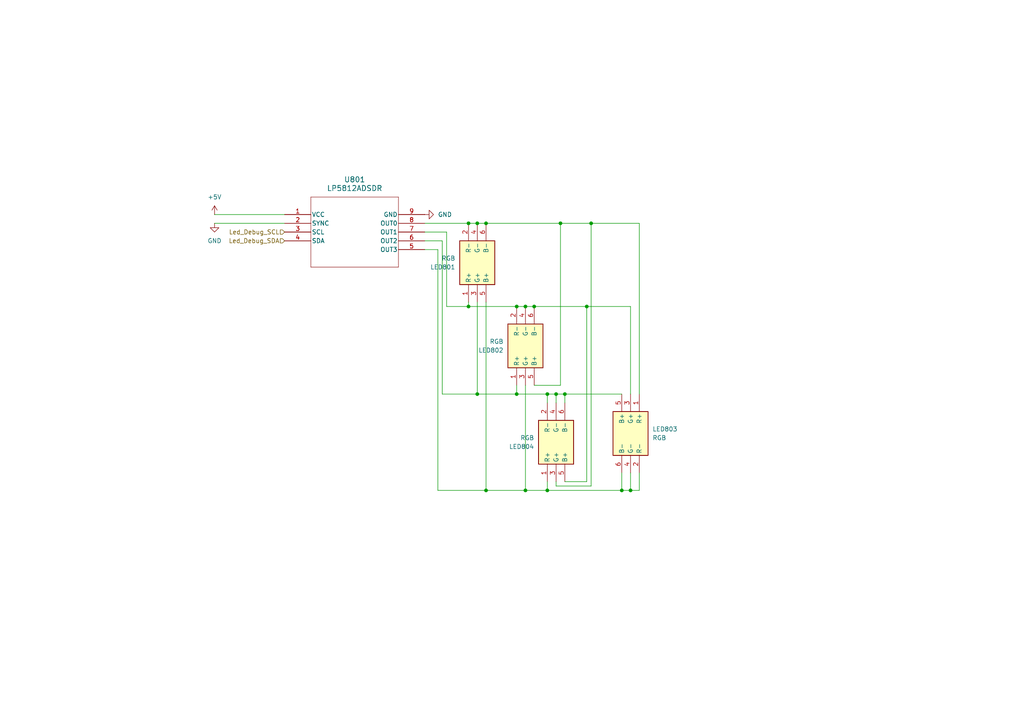
<source format=kicad_sch>
(kicad_sch (version 20231120) (generator "eeschema") (generator_version "8.0")
  (paper "A4")
  (lib_symbols
    (symbol "LP5812ADSDR:LP5812ADSDR" (pin_names (offset 0.254))
      (property "Reference" "U1301" (at 20.32 10.16 0))
      (property "Value" "LP5812ADSDR" (at 20.32 7.62 0))
      (symbol "LP5812ADSDR_0_1"
        (polyline (pts (xy 7.62 -15.24) (xy 33.02 -15.24)) (stroke (width 0.127)))
        (polyline (pts (xy 7.62 5.08) (xy 7.62 -15.24)) (stroke (width 0.127)))
        (polyline (pts (xy 33.02 -15.24) (xy 33.02 5.08)) (stroke (width 0.127)))
        (polyline (pts (xy 33.02 5.08) (xy 7.62 5.08)) (stroke (width 0.127)))
        (pin power_in line (at 0 0 0) (length 7.62) (name "VCC") (number "1"))
        (pin input line (at 0 -5.08 0) (length 7.62) (name "SCL") (number "3"))
        (pin bidirectional line (at 0 -7.62 0) (length 7.62) (name "SDA") (number "4"))
        (pin output line (at 40.64 -10.16 180) (length 7.62) (name "OUT3") (number "5"))
        (pin output line (at 40.64 -7.62 180) (length 7.62) (name "OUT2") (number "6"))
        (pin output line (at 40.64 -5.08 180) (length 7.62) (name "OUT1") (number "7"))
        (pin output line (at 40.64 -2.54 180) (length 7.62) (name "OUT0") (number "8"))
      )
      (symbol "LP5812ADSDR_1_1"
        (pin power_in line (at 0 -2.54 0) (length 7.62) (name "SYNC") (number "2"))
        (pin power_in line (at 40.64 0 180) (length 7.62) (name "GND") (number "9"))
      )
    )
    (symbol "Tom&Jerry:RGB"
      (property "Reference" "LED" (at 19.05 7.62 0))
      (property "Value" "RGB" (at 19.05 5.08 0))
      (symbol "RGB_1_1"
        (rectangle (start 5.08 2.54) (end 17.78 -7.62) (stroke (width 0.254)) (fill (type background)))
        (pin passive line (at 0 0 0) (length 5.08) (name "R+") (number "1"))
        (pin passive line (at 22.86 0 180) (length 5.08) (name "R-") (number "2"))
        (pin passive line (at 0 -2.54 0) (length 5.08) (name "G+") (number "3"))
        (pin passive line (at 22.86 -2.54 180) (length 5.08) (name "G-") (number "4"))
        (pin passive line (at 0 -5.08 0) (length 5.08) (name "B+") (number "5"))
        (pin passive line (at 22.86 -5.08 180) (length 5.08) (name "B-") (number "6"))
      )
    )
    (symbol "power:+5V" (power) (pin_numbers hide) (pin_names (offset 0) hide)
      (property "Value" "+5V" (at 0 3.556 0))
      (symbol "+5V_0_1"
        (polyline (pts (xy -0.762 1.27) (xy 0 2.54)))
        (polyline (pts (xy 0 0) (xy 0 2.54)))
        (polyline (pts (xy 0 2.54) (xy 0.762 1.27)))
      )
      (symbol "+5V_1_1"
        (pin power_in line (at 0 0 90) (length 0) (name "~") (number "1"))
      )
    )
    (symbol "power:GND" (power) (pin_numbers hide) (pin_names (offset 0) hide)
      (property "Value" "GND" (at 0 -3.81 0))
      (symbol "GND_0_1"
        (polyline (pts (xy 0 0) (xy 0 -1.27) (xy 1.27 -1.27) (xy 0 -2.54) (xy -1.27 -1.27) (xy 0 -1.27)))
      )
      (symbol "GND_1_1"
        (pin power_in line (at 0 0 270) (length 0) (name "~") (number "1"))
      )
    )
  )
  (junction (at 140.97 64.77))
  (junction (at 158.75 114.3))
  (junction (at 138.43 64.77))
  (junction (at 161.29 114.3))
  (junction (at 152.4 88.9))
  (junction (at 158.75 142.24))
  (junction (at 163.83 114.3))
  (junction (at 149.86 114.3))
  (junction (at 149.86 88.9))
  (junction (at 170.18 88.9))
  (junction (at 171.45 64.77))
  (junction (at 140.97 142.24))
  (junction (at 138.43 114.3))
  (junction (at 135.89 88.9))
  (junction (at 154.94 88.9))
  (junction (at 135.89 64.77))
  (junction (at 162.56 64.77))
  (junction (at 152.4 142.24))
  (junction (at 180.34 142.24))
  (junction (at 182.88 142.24))
  (wire (pts (xy 135.89 87.63) (xy 135.89 88.9)))
  (wire (pts (xy 170.18 88.9) (xy 170.18 139.7)))
  (wire (pts (xy 162.56 64.77) (xy 171.45 64.77)))
  (wire (pts (xy 123.19 64.77) (xy 135.89 64.77)))
  (wire (pts (xy 182.88 142.24) (xy 185.42 142.24)))
  (wire (pts (xy 127 72.39) (xy 127 142.24)))
  (wire (pts (xy 127 142.24) (xy 140.97 142.24)))
  (wire (pts (xy 149.86 111.76) (xy 149.86 114.3)))
  (wire (pts (xy 138.43 87.63) (xy 138.43 114.3)))
  (wire (pts (xy 123.19 69.85) (xy 128.27 69.85)))
  (wire (pts (xy 171.45 64.77) (xy 171.45 140.97)))
  (wire (pts (xy 161.29 140.97) (xy 161.29 139.7)))
  (wire (pts (xy 140.97 64.77) (xy 162.56 64.77)))
  (wire (pts (xy 170.18 88.9) (xy 182.88 88.9)))
  (wire (pts (xy 128.27 114.3) (xy 138.43 114.3)))
  (wire (pts (xy 154.94 88.9) (xy 170.18 88.9)))
  (wire (pts (xy 129.54 88.9) (xy 135.89 88.9)))
  (wire (pts (xy 163.83 116.84) (xy 163.83 114.3)))
  (wire (pts (xy 161.29 114.3) (xy 161.29 116.84)))
  (wire (pts (xy 185.42 142.24) (xy 185.42 137.16)))
  (wire (pts (xy 138.43 64.77) (xy 140.97 64.77)))
  (wire (pts (xy 163.83 114.3) (xy 180.34 114.3)))
  (wire (pts (xy 171.45 64.77) (xy 185.42 64.77)))
  (wire (pts (xy 185.42 64.77) (xy 185.42 114.3)))
  (wire (pts (xy 123.19 67.31) (xy 129.54 67.31)))
  (wire (pts (xy 140.97 87.63) (xy 140.97 142.24)))
  (wire (pts (xy 127 72.39) (xy 123.19 72.39)))
  (wire (pts (xy 149.86 88.9) (xy 152.4 88.9)))
  (wire (pts (xy 170.18 139.7) (xy 163.83 139.7)))
  (wire (pts (xy 180.34 137.16) (xy 180.34 142.24)))
  (wire (pts (xy 154.94 111.76) (xy 162.56 111.76)))
  (wire (pts (xy 180.34 142.24) (xy 182.88 142.24)))
  (wire (pts (xy 158.75 139.7) (xy 158.75 142.24)))
  (wire (pts (xy 158.75 114.3) (xy 161.29 114.3)))
  (wire (pts (xy 149.86 114.3) (xy 158.75 114.3)))
  (wire (pts (xy 171.45 140.97) (xy 161.29 140.97)))
  (wire (pts (xy 129.54 67.31) (xy 129.54 88.9)))
  (wire (pts (xy 152.4 88.9) (xy 154.94 88.9)))
  (wire (pts (xy 62.23 64.77) (xy 82.55 64.77)))
  (wire (pts (xy 140.97 142.24) (xy 152.4 142.24)))
  (wire (pts (xy 163.83 114.3) (xy 161.29 114.3)))
  (wire (pts (xy 128.27 69.85) (xy 128.27 114.3)))
  (wire (pts (xy 152.4 142.24) (xy 158.75 142.24)))
  (wire (pts (xy 158.75 142.24) (xy 180.34 142.24)))
  (wire (pts (xy 62.23 62.23) (xy 82.55 62.23)))
  (wire (pts (xy 138.43 114.3) (xy 149.86 114.3)))
  (wire (pts (xy 182.88 88.9) (xy 182.88 114.3)))
  (wire (pts (xy 158.75 114.3) (xy 158.75 116.84)))
  (wire (pts (xy 162.56 111.76) (xy 162.56 64.77)))
  (wire (pts (xy 182.88 137.16) (xy 182.88 142.24)))
  (wire (pts (xy 135.89 64.77) (xy 138.43 64.77)))
  (wire (pts (xy 135.89 88.9) (xy 149.86 88.9)))
  (wire (pts (xy 152.4 111.76) (xy 152.4 142.24)))
  (hierarchical_label "Led_Debug_SDA" (shape input) (at 82.55 69.85 180))
  (hierarchical_label "Led_Debug_SCL" (shape input) (at 82.55 67.31 180))
  (symbol (lib_id "power:+5V") (at 62.23 62.23 0) (unit 1)
    (property "Reference" "#PWR0801" (effects (hide yes)))
    (property "Value" "+5V" (at 62.23 57.15 0))
    (property "Description" "Power symbol creates a global label with name \"+5V\"" (effects (hide yes)))
  )
  (symbol (lib_id "Tom&Jerry:RGB") (at 185.42 114.3 270) (unit 1)
    (property "Reference" "LED803" (at 189.23 124.4599 90) (effects (justify left)))
    (property "Value" "RGB" (at 189.23 126.9999 90) (effects (justify left)))
    (property "Footprint" "Tom&Jerry:5988G10313F" (effects (hide yes)))
    (property "Datasheet" "https://www.dialightsignalsandcomponents.com/598-smd-led-plcc6-2827-pkg-tricolor-r-g-b-w-black-surface-13-reel/#resources-btn" (effects (hide yes)))
    (property "Description" "LED, Red, Green, Blue, SMD, 110 , Square, R 20mA, G 20mA, B 20mA" (effects (hide yes)))
    (property "Height" "2.577" (effects (hide yes)))
    (property "Manufacturer_Name" "Dialight" (effects (hide yes)))
    (property "Manufacturer_Part_Number" "5988G10313F" (effects (hide yes)))
  )
  (symbol (lib_id "power:GND") (at 62.23 64.77 0) (unit 1)
    (property "Reference" "#PWR0803" (effects (hide yes)))
    (property "Value" "GND" (at 62.23 69.85 0))
    (property "Description" "Power symbol creates a global label with name \"GND\" , ground" (effects (hide yes)))
  )
  (symbol (lib_id "LP5812ADSDR:LP5812ADSDR") (at 82.55 62.23 0) (unit 1)
    (property "Reference" "U801" (at 102.87 52.07 0) (effects (font (size 1.524 1.524))))
    (property "Value" "LP5812ADSDR" (at 102.87 54.61 0) (effects (font (size 1.524 1.524))))
    (property "Footprint" "Tom&Jerry:WSON8_DSD_TEX" (effects (hide yes)))
    (property "Datasheet" "LP5812ADSDR" (effects (hide yes)))
  )
  (symbol (lib_id "power:GND") (at 123.19 62.23 90) (unit 1)
    (property "Reference" "#PWR0802" (effects (hide yes)))
    (property "Value" "GND" (at 127 62.2299 90) (effects (justify right)))
    (property "Description" "Power symbol creates a global label with name \"GND\" , ground" (effects (hide yes)))
  )
  (symbol (lib_id "Tom&Jerry:RGB") (at 149.86 111.76 90) (unit 1)
    (property "Reference" "LED802" (at 146.05 101.6001 90) (effects (justify left)))
    (property "Value" "RGB" (at 146.05 99.0601 90) (effects (justify left)))
    (property "Footprint" "Tom&Jerry:5988G10313F" (effects (hide yes)))
    (property "Datasheet" "https://www.dialightsignalsandcomponents.com/598-smd-led-plcc6-2827-pkg-tricolor-r-g-b-w-black-surface-13-reel/#resources-btn" (effects (hide yes)))
    (property "Description" "LED, Red, Green, Blue, SMD, 110 , Square, R 20mA, G 20mA, B 20mA" (effects (hide yes)))
    (property "Height" "2.577" (effects (hide yes)))
    (property "Manufacturer_Name" "Dialight" (effects (hide yes)))
    (property "Manufacturer_Part_Number" "5988G10313F" (effects (hide yes)))
  )
  (symbol (lib_id "Tom&Jerry:RGB") (at 135.89 87.63 90) (unit 1)
    (property "Reference" "LED801" (at 132.08 77.4701 90) (effects (justify left)))
    (property "Value" "RGB" (at 132.08 74.9301 90) (effects (justify left)))
    (property "Footprint" "Tom&Jerry:5988G10313F" (effects (hide yes)))
    (property "Datasheet" "https://www.dialightsignalsandcomponents.com/598-smd-led-plcc6-2827-pkg-tricolor-r-g-b-w-black-surface-13-reel/#resources-btn" (effects (hide yes)))
    (property "Description" "LED, Red, Green, Blue, SMD, 110 , Square, R 20mA, G 20mA, B 20mA" (effects (hide yes)))
    (property "Height" "2.577" (effects (hide yes)))
    (property "Manufacturer_Name" "Dialight" (effects (hide yes)))
    (property "Manufacturer_Part_Number" "5988G10313F" (effects (hide yes)))
  )
  (symbol (lib_id "Tom&Jerry:RGB") (at 158.75 139.7 90) (unit 1)
    (property "Reference" "LED804" (at 154.94 129.5401 90) (effects (justify left)))
    (property "Value" "RGB" (at 154.94 127.0001 90) (effects (justify left)))
    (property "Footprint" "Tom&Jerry:5988G10313F" (effects (hide yes)))
    (property "Datasheet" "https://www.dialightsignalsandcomponents.com/598-smd-led-plcc6-2827-pkg-tricolor-r-g-b-w-black-surface-13-reel/#resources-btn" (effects (hide yes)))
    (property "Description" "LED, Red, Green, Blue, SMD, 110 , Square, R 20mA, G 20mA, B 20mA" (effects (hide yes)))
    (property "Height" "2.577" (effects (hide yes)))
    (property "Manufacturer_Name" "Dialight" (effects (hide yes)))
    (property "Manufacturer_Part_Number" "5988G10313F" (effects (hide yes)))
  )
)
</source>
